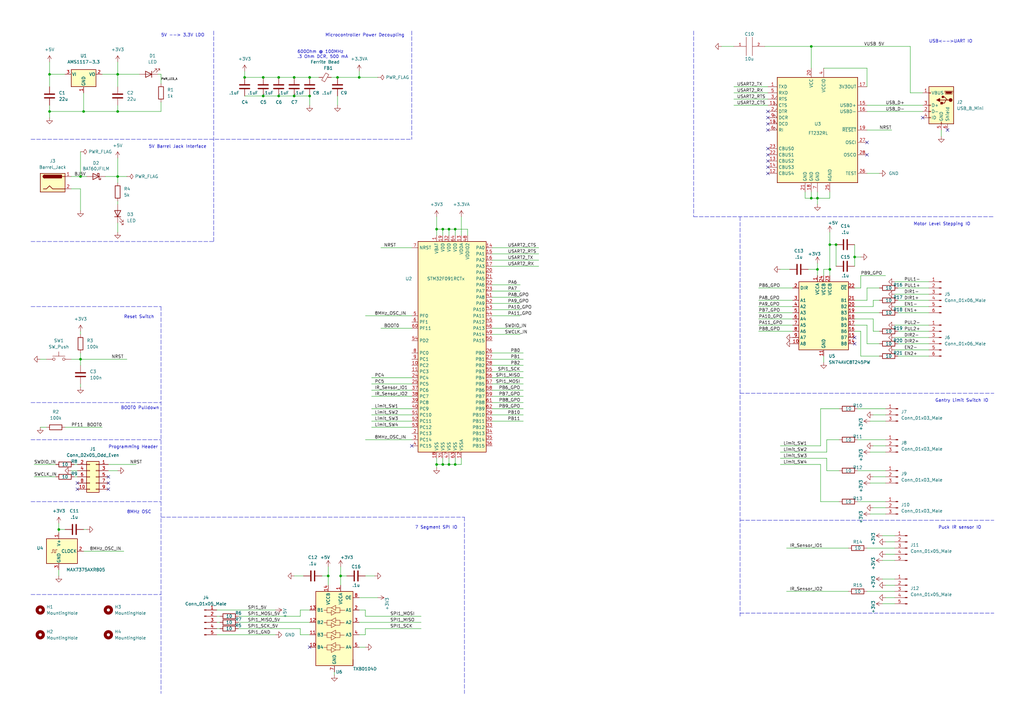
<source format=kicad_sch>
(kicad_sch (version 20211123) (generator eeschema)
  (paper "A3")
  (junction (at 127 31.75))
  (junction (at 114.3 31.75))
  (junction (at 48.26 72.39))
  (junction (at 48.26 45.72))
  (junction (at 33.02 147.32))
  (junction (at 120.65 31.75))
  (junction (at 335.28 81.28))
  (junction (at 186.69 93.98))
  (junction (at 181.61 190.5))
  (junction (at 139.7 236.22))
  (junction (at 100.33 31.75))
  (junction (at 332.74 19.05))
  (junction (at 179.07 93.98))
  (junction (at 48.26 30.48))
  (junction (at 114.3 39.37))
  (junction (at 24.13 217.17))
  (junction (at 20.32 45.72))
  (junction (at 184.15 93.98))
  (junction (at 186.69 190.5))
  (junction (at 34.29 45.72))
  (junction (at 20.32 30.48))
  (junction (at 342.9 100.33))
  (junction (at 107.95 39.37))
  (junction (at 184.15 190.5))
  (junction (at 120.65 39.37))
  (junction (at 335.28 110.49))
  (junction (at 138.43 31.75))
  (junction (at 340.36 110.49))
  (junction (at 107.95 31.75))
  (junction (at 179.07 190.5))
  (junction (at 340.36 100.33))
  (junction (at 147.32 31.75))
  (junction (at 350.52 105.41))
  (junction (at 127 39.37))
  (junction (at 181.61 93.98))
  (junction (at 134.62 236.22))
  (junction (at 332.74 81.28))
  (junction (at 33.02 72.39))
  (no_connect (at 31.75 198.12))
  (no_connect (at 44.45 195.58))
  (no_connect (at 31.75 200.66))
  (no_connect (at 44.45 200.66))
  (no_connect (at 127 265.43))
  (no_connect (at 314.96 53.34))
  (no_connect (at 314.96 50.8))
  (no_connect (at 314.96 48.26))
  (no_connect (at 314.96 45.72))
  (no_connect (at 355.6 58.42))
  (no_connect (at 355.6 63.5))
  (no_connect (at 314.96 71.12))
  (no_connect (at 314.96 68.58))
  (no_connect (at 314.96 66.04))
  (no_connect (at 314.96 63.5))
  (no_connect (at 314.96 60.96))
  (no_connect (at 350.52 138.43))
  (no_connect (at 350.52 140.97))
  (no_connect (at 388.62 53.34))
  (no_connect (at 378.46 48.26))
  (no_connect (at 168.91 182.88))
  (no_connect (at 44.45 198.12))
  (wire (pts (xy 363.22 227.33) (xy 367.03 227.33)))
  (wire (pts (xy 214.63 162.56) (xy 201.93 162.56)))
  (wire (pts (xy 350.52 105.41) (xy 350.52 109.22)))
  (polyline (pts (xy 284.48 88.9) (xy 407.67 88.9)))
  (wire (pts (xy 34.29 45.72) (xy 20.32 45.72)))
  (wire (pts (xy 184.15 190.5) (xy 181.61 190.5)))
  (wire (pts (xy 311.15 135.89) (xy 325.12 135.89)))
  (wire (pts (xy 367.03 115.57) (xy 381 115.57)))
  (wire (pts (xy 147.32 265.43) (xy 149.86 265.43)))
  (wire (pts (xy 201.93 119.38) (xy 213.36 119.38)))
  (wire (pts (xy 152.4 167.64) (xy 168.91 167.64)))
  (wire (pts (xy 351.79 180.34) (xy 363.22 180.34)))
  (wire (pts (xy 350.52 118.11) (xy 353.06 118.11)))
  (wire (pts (xy 350.52 128.27) (xy 360.68 128.27)))
  (wire (pts (xy 336.55 190.5) (xy 336.55 205.74)))
  (wire (pts (xy 355.6 123.19) (xy 350.52 123.19)))
  (wire (pts (xy 363.22 245.11) (xy 367.03 245.11)))
  (wire (pts (xy 149.86 129.54) (xy 168.91 129.54)))
  (wire (pts (xy 147.32 255.27) (xy 172.72 255.27)))
  (wire (pts (xy 356.87 210.82) (xy 363.22 210.82)))
  (wire (pts (xy 48.26 45.72) (xy 34.29 45.72)))
  (wire (pts (xy 20.32 25.4) (xy 20.32 30.48)))
  (wire (pts (xy 361.95 237.49) (xy 367.03 237.49)))
  (wire (pts (xy 363.22 240.03) (xy 367.03 240.03)))
  (wire (pts (xy 311.15 125.73) (xy 325.12 125.73)))
  (wire (pts (xy 311.15 123.19) (xy 325.12 123.19)))
  (wire (pts (xy 201.93 129.54) (xy 213.36 129.54)))
  (wire (pts (xy 368.3 135.89) (xy 381 135.89)))
  (wire (pts (xy 179.07 88.9) (xy 179.07 93.98)))
  (wire (pts (xy 147.32 31.75) (xy 154.94 31.75)))
  (wire (pts (xy 149.86 180.34) (xy 168.91 180.34)))
  (wire (pts (xy 336.55 182.88) (xy 336.55 167.64)))
  (wire (pts (xy 138.43 39.37) (xy 138.43 43.18)))
  (wire (pts (xy 340.36 78.74) (xy 340.36 81.28)))
  (wire (pts (xy 367.03 143.51) (xy 381 143.51)))
  (wire (pts (xy 179.07 93.98) (xy 181.61 93.98)))
  (wire (pts (xy 330.2 81.28) (xy 332.74 81.28)))
  (polyline (pts (xy 12.7 57.15) (xy 100.33 57.15)))
  (wire (pts (xy 358.14 170.18) (xy 363.22 170.18)))
  (wire (pts (xy 335.28 110.49) (xy 335.28 113.03)))
  (wire (pts (xy 97.79 255.27) (xy 127 255.27)))
  (wire (pts (xy 33.02 144.78) (xy 33.02 147.32)))
  (wire (pts (xy 368.3 118.11) (xy 381 118.11)))
  (wire (pts (xy 181.61 190.5) (xy 179.07 190.5)))
  (wire (pts (xy 311.15 133.35) (xy 325.12 133.35)))
  (wire (pts (xy 149.86 250.19) (xy 149.86 252.73)))
  (wire (pts (xy 44.45 193.04) (xy 48.26 193.04)))
  (wire (pts (xy 186.69 96.52) (xy 186.69 93.98)))
  (wire (pts (xy 358.14 125.73) (xy 358.14 123.19)))
  (wire (pts (xy 353.06 118.11) (xy 353.06 113.03)))
  (wire (pts (xy 355.6 118.11) (xy 360.68 118.11)))
  (wire (pts (xy 332.74 19.05) (xy 332.74 27.94)))
  (wire (pts (xy 44.45 190.5) (xy 55.88 190.5)))
  (wire (pts (xy 201.93 124.46) (xy 213.36 124.46)))
  (wire (pts (xy 33.02 157.48) (xy 33.02 158.75)))
  (wire (pts (xy 351.79 205.74) (xy 363.22 205.74)))
  (wire (pts (xy 342.9 100.33) (xy 342.9 109.22)))
  (wire (pts (xy 355.6 45.72) (xy 378.46 45.72)))
  (wire (pts (xy 201.93 167.64) (xy 214.63 167.64)))
  (wire (pts (xy 320.04 187.96) (xy 339.09 187.96)))
  (wire (pts (xy 355.6 133.35) (xy 350.52 133.35)))
  (polyline (pts (xy 303.53 213.36) (xy 407.67 213.36)))
  (wire (pts (xy 311.15 118.11) (xy 325.12 118.11)))
  (polyline (pts (xy 12.7 180.34) (xy 66.04 180.34)))
  (wire (pts (xy 350.52 125.73) (xy 358.14 125.73)))
  (wire (pts (xy 181.61 187.96) (xy 181.61 190.5)))
  (wire (pts (xy 201.93 144.78) (xy 214.63 144.78)))
  (wire (pts (xy 368.3 140.97) (xy 381 140.97)))
  (wire (pts (xy 356.87 198.12) (xy 363.22 198.12)))
  (wire (pts (xy 201.93 104.14) (xy 220.98 104.14)))
  (wire (pts (xy 358.14 195.58) (xy 363.22 195.58)))
  (polyline (pts (xy 66.04 212.09) (xy 190.5 212.09)))
  (wire (pts (xy 355.6 53.34) (xy 365.76 53.34)))
  (wire (pts (xy 43.18 72.39) (xy 48.26 72.39)))
  (polyline (pts (xy 12.7 99.06) (xy 87.63 99.06)))
  (wire (pts (xy 139.7 236.22) (xy 142.24 236.22)))
  (wire (pts (xy 66.04 41.91) (xy 66.04 45.72)))
  (wire (pts (xy 351.79 193.04) (xy 363.22 193.04)))
  (polyline (pts (xy 66.04 125.73) (xy 66.04 284.48)))
  (wire (pts (xy 20.32 30.48) (xy 26.67 30.48)))
  (wire (pts (xy 201.93 121.92) (xy 213.36 121.92)))
  (wire (pts (xy 214.63 154.94) (xy 201.93 154.94)))
  (wire (pts (xy 300.99 35.56) (xy 314.96 35.56)))
  (wire (pts (xy 214.63 165.1) (xy 201.93 165.1)))
  (wire (pts (xy 368.3 128.27) (xy 381 128.27)))
  (wire (pts (xy 97.79 252.73) (xy 123.19 252.73)))
  (wire (pts (xy 186.69 187.96) (xy 186.69 190.5)))
  (wire (pts (xy 120.65 39.37) (xy 127 39.37)))
  (wire (pts (xy 33.02 72.39) (xy 35.56 72.39)))
  (wire (pts (xy 337.82 146.05) (xy 337.82 148.59)))
  (wire (pts (xy 351.79 167.64) (xy 363.22 167.64)))
  (wire (pts (xy 358.14 135.89) (xy 360.68 135.89)))
  (wire (pts (xy 88.9 255.27) (xy 90.17 255.27)))
  (wire (pts (xy 367.03 138.43) (xy 381 138.43)))
  (wire (pts (xy 386.08 55.88) (xy 386.08 53.34)))
  (wire (pts (xy 134.62 236.22) (xy 134.62 232.41)))
  (wire (pts (xy 16.51 147.32) (xy 19.05 147.32)))
  (wire (pts (xy 353.06 135.89) (xy 350.52 135.89)))
  (wire (pts (xy 201.93 160.02) (xy 214.63 160.02)))
  (wire (pts (xy 179.07 187.96) (xy 179.07 190.5)))
  (wire (pts (xy 337.82 110.49) (xy 340.36 110.49)))
  (wire (pts (xy 132.08 236.22) (xy 134.62 236.22)))
  (wire (pts (xy 340.36 81.28) (xy 335.28 81.28)))
  (wire (pts (xy 20.32 30.48) (xy 20.32 35.56)))
  (wire (pts (xy 48.26 25.4) (xy 48.26 30.48)))
  (wire (pts (xy 152.4 170.18) (xy 168.91 170.18)))
  (wire (pts (xy 336.55 205.74) (xy 344.17 205.74)))
  (wire (pts (xy 300.99 40.64) (xy 314.96 40.64)))
  (wire (pts (xy 355.6 43.18) (xy 378.46 43.18)))
  (wire (pts (xy 201.93 109.22) (xy 220.98 109.22)))
  (wire (pts (xy 355.6 118.11) (xy 355.6 123.19)))
  (wire (pts (xy 373.38 19.05) (xy 332.74 19.05)))
  (wire (pts (xy 201.93 170.18) (xy 214.63 170.18)))
  (wire (pts (xy 20.32 45.72) (xy 20.32 48.26)))
  (wire (pts (xy 355.6 242.57) (xy 367.03 242.57)))
  (wire (pts (xy 335.28 78.74) (xy 335.28 81.28)))
  (wire (pts (xy 358.14 123.19) (xy 360.68 123.19)))
  (wire (pts (xy 339.09 185.42) (xy 339.09 180.34)))
  (wire (pts (xy 24.13 217.17) (xy 26.67 217.17)))
  (wire (pts (xy 137.16 275.59) (xy 137.16 276.86)))
  (polyline (pts (xy 303.53 161.29) (xy 407.67 161.29)))
  (wire (pts (xy 367.03 133.35) (xy 381 133.35)))
  (wire (pts (xy 201.93 116.84) (xy 213.36 116.84)))
  (wire (pts (xy 127 31.75) (xy 130.81 31.75)))
  (polyline (pts (xy 190.5 212.09) (xy 190.5 284.48)))
  (wire (pts (xy 100.33 29.21) (xy 100.33 31.75)))
  (wire (pts (xy 353.06 113.03) (xy 363.22 113.03)))
  (wire (pts (xy 24.13 217.17) (xy 24.13 218.44)))
  (wire (pts (xy 24.13 214.63) (xy 24.13 217.17)))
  (wire (pts (xy 33.02 147.32) (xy 52.07 147.32)))
  (wire (pts (xy 123.19 260.35) (xy 127 260.35)))
  (wire (pts (xy 361.95 247.65) (xy 367.03 247.65)))
  (wire (pts (xy 29.21 193.04) (xy 31.75 193.04)))
  (wire (pts (xy 13.97 195.58) (xy 22.86 195.58)))
  (wire (pts (xy 31.75 190.5) (xy 30.48 190.5)))
  (wire (pts (xy 355.6 35.56) (xy 355.6 27.94)))
  (wire (pts (xy 330.2 78.74) (xy 330.2 81.28)))
  (wire (pts (xy 355.6 140.97) (xy 355.6 133.35)))
  (wire (pts (xy 361.95 229.87) (xy 367.03 229.87)))
  (wire (pts (xy 114.3 31.75) (xy 120.65 31.75)))
  (wire (pts (xy 48.26 72.39) (xy 48.26 64.77)))
  (wire (pts (xy 139.7 232.41) (xy 139.7 236.22)))
  (wire (pts (xy 355.6 27.94) (xy 337.82 27.94)))
  (wire (pts (xy 152.4 162.56) (xy 168.91 162.56)))
  (wire (pts (xy 100.33 31.75) (xy 107.95 31.75)))
  (polyline (pts (xy 284.48 12.7) (xy 284.48 88.9)))
  (wire (pts (xy 186.69 93.98) (xy 184.15 93.98)))
  (wire (pts (xy 311.15 130.81) (xy 325.12 130.81)))
  (wire (pts (xy 64.77 30.48) (xy 66.04 30.48)))
  (wire (pts (xy 88.9 250.19) (xy 113.03 250.19)))
  (wire (pts (xy 48.26 82.55) (xy 48.26 83.82)))
  (wire (pts (xy 149.86 236.22) (xy 153.67 236.22)))
  (wire (pts (xy 149.86 252.73) (xy 172.72 252.73)))
  (wire (pts (xy 48.26 43.18) (xy 48.26 45.72)))
  (wire (pts (xy 322.58 242.57) (xy 347.98 242.57)))
  (wire (pts (xy 355.6 224.79) (xy 367.03 224.79)))
  (wire (pts (xy 340.36 95.25) (xy 340.36 100.33)))
  (wire (pts (xy 100.33 39.37) (xy 107.95 39.37)))
  (wire (pts (xy 214.63 152.4) (xy 201.93 152.4)))
  (wire (pts (xy 97.7574 257.81) (xy 123.19 257.81)))
  (wire (pts (xy 201.93 147.32) (xy 214.63 147.32)))
  (wire (pts (xy 123.19 250.19) (xy 127 250.19)))
  (wire (pts (xy 156.21 101.6) (xy 168.91 101.6)))
  (wire (pts (xy 350.52 105.41) (xy 353.06 105.41)))
  (wire (pts (xy 335.28 107.95) (xy 335.28 110.49)))
  (wire (pts (xy 353.06 146.05) (xy 360.68 146.05)))
  (wire (pts (xy 181.61 93.98) (xy 181.61 96.52)))
  (wire (pts (xy 184.15 187.96) (xy 184.15 190.5)))
  (wire (pts (xy 29.21 72.39) (xy 33.02 72.39)))
  (wire (pts (xy 149.86 260.35) (xy 149.86 257.81)))
  (wire (pts (xy 16.51 175.26) (xy 19.05 175.26)))
  (wire (pts (xy 138.43 31.75) (xy 147.32 31.75)))
  (wire (pts (xy 320.04 190.5) (xy 336.55 190.5)))
  (wire (pts (xy 48.26 72.39) (xy 52.07 72.39)))
  (wire (pts (xy 295.91 19.05) (xy 300.99 19.05)))
  (wire (pts (xy 181.61 93.98) (xy 184.15 93.98)))
  (polyline (pts (xy 12.7 243.84) (xy 66.04 243.84)))
  (wire (pts (xy 149.86 257.81) (xy 172.72 257.81)))
  (wire (pts (xy 156.21 134.62) (xy 168.91 134.62)))
  (wire (pts (xy 107.95 31.75) (xy 114.3 31.75)))
  (wire (pts (xy 24.13 233.68) (xy 24.13 236.22)))
  (wire (pts (xy 340.36 100.33) (xy 342.9 100.33)))
  (wire (pts (xy 353.06 146.05) (xy 353.06 135.89)))
  (wire (pts (xy 363.22 222.25) (xy 367.03 222.25)))
  (wire (pts (xy 152.4 154.94) (xy 168.91 154.94)))
  (wire (pts (xy 356.87 185.42) (xy 363.22 185.42)))
  (wire (pts (xy 378.46 38.1) (xy 373.38 38.1)))
  (wire (pts (xy 34.29 38.1) (xy 34.29 45.72)))
  (wire (pts (xy 66.04 45.72) (xy 48.26 45.72)))
  (wire (pts (xy 331.47 110.49) (xy 335.28 110.49)))
  (wire (pts (xy 189.23 190.5) (xy 186.69 190.5)))
  (wire (pts (xy 300.99 38.1) (xy 314.96 38.1)))
  (wire (pts (xy 179.07 96.52) (xy 179.07 93.98)))
  (wire (pts (xy 34.29 217.17) (xy 35.56 217.17)))
  (wire (pts (xy 152.4 160.02) (xy 168.91 160.02)))
  (wire (pts (xy 33.02 135.89) (xy 33.02 137.16)))
  (wire (pts (xy 332.74 19.05) (xy 313.69 19.05)))
  (wire (pts (xy 320.04 185.42) (xy 339.09 185.42)))
  (wire (pts (xy 33.02 62.23) (xy 33.02 72.39)))
  (wire (pts (xy 152.4 157.48) (xy 168.91 157.48)))
  (wire (pts (xy 48.26 30.48) (xy 57.15 30.48)))
  (wire (pts (xy 33.02 77.47) (xy 33.02 86.36)))
  (wire (pts (xy 120.65 31.75) (xy 127 31.75)))
  (polyline (pts (xy 87.63 12.7) (xy 87.63 99.06)))
  (wire (pts (xy 107.95 39.37) (xy 114.3 39.37)))
  (wire (pts (xy 300.99 43.18) (xy 314.96 43.18)))
  (wire (pts (xy 147.32 29.21) (xy 147.32 31.75)))
  (wire (pts (xy 88.9 252.73) (xy 90.17 252.73)))
  (wire (pts (xy 184.15 93.98) (xy 184.15 96.52)))
  (wire (pts (xy 147.32 245.11) (xy 154.94 245.11)))
  (wire (pts (xy 48.26 72.39) (xy 48.26 74.93)))
  (wire (pts (xy 127 39.37) (xy 127 43.18)))
  (wire (pts (xy 335.28 81.28) (xy 335.28 83.82)))
  (wire (pts (xy 201.93 137.16) (xy 213.36 137.16)))
  (wire (pts (xy 30.48 195.58) (xy 31.75 195.58)))
  (wire (pts (xy 114.3 39.37) (xy 120.65 39.37)))
  (wire (pts (xy 339.09 193.04) (xy 344.17 193.04)))
  (wire (pts (xy 373.38 38.1) (xy 373.38 19.05)))
  (wire (pts (xy 152.4 175.26) (xy 168.91 175.26)))
  (wire (pts (xy 191.77 93.98) (xy 186.69 93.98)))
  (wire (pts (xy 358.14 135.89) (xy 358.14 130.81)))
  (polyline (pts (xy 168.91 12.7) (xy 168.91 57.15)))
  (wire (pts (xy 147.32 260.35) (xy 149.86 260.35)))
  (polyline (pts (xy 303.53 88.9) (xy 303.53 252.73)))
  (wire (pts (xy 332.74 81.28) (xy 335.28 81.28)))
  (wire (pts (xy 368.3 146.05) (xy 381 146.05)))
  (wire (pts (xy 336.55 167.64) (xy 344.17 167.64)))
  (wire (pts (xy 48.26 91.44) (xy 48.26 95.25)))
  (wire (pts (xy 320.04 110.49) (xy 323.85 110.49)))
  (wire (pts (xy 88.9 260.35) (xy 113.03 260.35)))
  (wire (pts (xy 201.93 127) (xy 213.36 127)))
  (wire (pts (xy 356.87 172.72) (xy 363.22 172.72)))
  (polyline (pts (xy 12.7 165.1) (xy 66.04 165.1)))
  (wire (pts (xy 123.19 257.81) (xy 123.19 260.35)))
  (polyline (pts (xy 303.53 251.46) (xy 407.67 251.46)))
  (wire (pts (xy 34.29 226.06) (xy 50.8 226.06)))
  (wire (pts (xy 26.67 175.26) (xy 41.91 175.26)))
  (wire (pts (xy 358.14 182.88) (xy 363.22 182.88)))
  (wire (pts (xy 66.04 30.48) (xy 66.04 34.29)))
  (wire (pts (xy 135.89 31.75) (xy 138.43 31.75)))
  (wire (pts (xy 48.26 30.48) (xy 48.26 35.56)))
  (wire (pts (xy 355.6 140.97) (xy 360.68 140.97)))
  (wire (pts (xy 186.69 190.5) (xy 184.15 190.5)))
  (wire (pts (xy 201.93 106.68) (xy 220.98 106.68)))
  (wire (pts (xy 358.14 130.81) (xy 350.52 130.81)))
  (wire (pts (xy 22.86 190.5) (xy 13.97 190.5)))
  (wire (pts (xy 88.9 257.81) (xy 90.1374 257.81)))
  (wire (pts (xy 189.23 187.96) (xy 189.23 190.5)))
  (wire (pts (xy 149.86 250.19) (xy 147.32 250.19)))
  (wire (pts (xy 322.58 224.79) (xy 347.98 224.79)))
  (wire (pts (xy 320.04 182.88) (xy 336.55 182.88)))
  (wire (pts (xy 29.21 147.32) (xy 33.02 147.32)))
  (wire (pts (xy 339.09 180.34) (xy 344.17 180.34)))
  (wire (pts (xy 20.32 43.18) (xy 20.32 45.72)))
  (wire (pts (xy 367.03 125.73) (xy 381 125.73)))
  (wire (pts (xy 191.77 96.52) (xy 191.77 93.98)))
  (wire (pts (xy 361.95 219.71) (xy 367.03 219.71)))
  (wire (pts (xy 189.23 88.9) (xy 189.23 96.52)))
  (wire (pts (xy 214.63 157.48) (xy 201.93 157.48)))
  (wire (pts (xy 201.93 172.72) (xy 214.63 172.72)))
  (wire (pts (xy 358.14 208.28) (xy 363.22 208.28)))
  (wire (pts (xy 367.03 120.65) (xy 381 120.65)))
  (wire (pts (xy 340.36 100.33) (xy 340.36 110.49)))
  (polyline (pts (xy 12.7 125.73) (xy 66.04 125.73)))
  (wire (pts (xy 332.74 78.74) (xy 332.74 81.28)))
  (wire (pts (xy 311.15 128.27) (xy 325.12 128.27)))
  (wire (pts (xy 355.6 71.12) (xy 360.68 71.12)))
  (wire (pts (xy 201.93 134.62) (xy 213.36 134.62)))
  (wire (pts (xy 201.93 149.86) (xy 214.63 149.86)))
  (wire (pts (xy 33.02 147.32) (xy 33.02 149.86)))
  (wire (pts (xy 134.62 236.22) (xy 134.62 240.03)))
  (wire (pts (xy 201.93 101.6) (xy 220.98 101.6)))
  (wire (pts (xy 337.82 113.03) (xy 337.82 110.49)))
  (wire (pts (xy 152.4 172.72) (xy 168.91 172.72)))
  (wire (pts (xy 123.19 252.73) (xy 123.19 250.19)))
  (wire (pts (xy 139.7 236.22) (xy 139.7 240.03)))
  (wire (pts (xy 179.07 190.5) (xy 179.07 191.77)))
  (wire (pts (xy 29.21 77.47) (xy 33.02 77.47)))
  (wire (pts (xy 340.36 110.49) (xy 340.36 113.03)))
  (wire (pts (xy 41.91 30.48) (xy 48.26 30.48)))
  (polyline (pts (xy 100.33 57.15) (xy 168.91 57.15)))
  (wire (pts (xy 339.09 187.96) (xy 339.09 193.04)))
  (wire (pts (xy 368.3 123.19) (xy 381 123.19)))
  (polyline (pts (xy 12.7 205.74) (xy 66.04 205.74)))
  (wire (pts (xy 120.65 236.22) (xy 124.46 236.22)))
  (wire (pts (xy 350.52 100.33) (xy 350.52 105.41)))
  (text "USB<-->UART IO" (at 381 17.78 0) (effects (font (size 1.27 1.27)) (justify left bottom)))
  (text "Reset Switch" (at 50.8 130.81 0) (effects (font (size 1.27 1.27)) (justify left bottom)))
  (text "7 Segment SPI IO" (at 170.18 217.17 0) (effects (font (size 1.27 1.27)) (justify left bottom)))
  (text "8MHz OSC" (at 52.07 210.82 0) (effects (font (size 1.27 1.27)) (justify left bottom)))
  (text "Puck IR sensor IO" (at 384.81 217.17 0) (effects (font (size 1.27 1.27)) (justify left bottom)))
  (text "5V Barrel Jack Interface" (at 60.96 60.96 0) (effects (font (size 1.27 1.27)) (justify left bottom)))
  (text "Motor Level Stepping IO\n" (at 374.65 92.71 0) (effects (font (size 1.27 1.27)) (justify left bottom)))
  (text "BOOT0 Pulldown\n\n" (at 49.53 170.18 0) (effects (font (size 1.27 1.27)) (justify left bottom)))
  (text "5V --> 3.3V LDO\n" (at 66.04 15.24 0) (effects (font (size 1.27 1.27)) (justify left bottom)))
  (text "600Ohm @ 100MHz\n.3 Ohm DCR, 500 mA" (at 121.92 24.13 0) (effects (font (size 1.27 1.27)) (justify left bottom)))
  (text "Gantry Limit Switch IO" (at 383.54 165.1 0) (effects (font (size 1.27 1.27)) (justify left bottom)))
  (text "Microcontroller Power Decoupling\n" (at 133.35 15.24 0) (effects (font (size 1.27 1.27)) (justify left bottom)))
  (text "Programming Header" (at 44.45 184.15 0) (effects (font (size 1.27 1.27)) (justify left bottom)))
  (label "PB7_GPO" (at 311.15 128.27 0))
  (label "NRST" (at 45.72 147.32 0))
  (label "USART2_RTS" (at 208.28 104.14 0))
  (label "BOOT0" (at 35.56 175.26 0))
  (label "PA11_GPO" (at 311.15 133.35 0))
  (label "Limit_SW1" (at 321.31 182.88 0))
  (label "PB0" (at 213.36 144.78 180))
  (label "NRST" (at 157.48 101.6 0))
  (label "PUL1-" (at 370.84 115.57 0))
  (label "SPI1_5V" (at 101.6 250.19 0))
  (label "IR_Sensor_IO2" (at 323.85 242.57 0))
  (label "PUL1+" (at 370.84 118.11 0))
  (label "VUSB 5V" (at 354.33 19.05 0))
  (label "Limit_SW4" (at 153.67 175.26 0))
  (label "PA6" (at 212.09 116.84 180))
  (label "PB11" (at 213.36 172.72 180))
  (label "PB6_GPO" (at 311.15 118.11 0))
  (label "NRST" (at 360.68 53.34 0))
  (label "PB9_GPO" (at 213.36 167.64 180))
  (label "USB_D+" (at 363.22 43.18 0))
  (label "PB2" (at 213.36 149.86 180))
  (label "Limit_SW3" (at 153.67 172.72 0))
  (label "SPI1_SCK_5V" (at 101.6 257.81 0))
  (label "SPI1_MISO" (at 160.02 255.27 0))
  (label "Limit_SW2" (at 321.31 185.42 0))
  (label "PA9_GPO" (at 311.15 125.73 0))
  (label "PA8_GPO" (at 311.15 123.19 0))
  (label "BOOT0" (at 157.48 134.62 0))
  (label "PUL2+" (at 370.84 135.89 0))
  (label "PB9_GPO" (at 353.06 113.03 0))
  (label "PC4" (at 153.67 154.94 0))
  (label "PWR_LED_A" (at 66.04 33.02 0) (effects (font (size 0.8 0.8))))
  (label "EN1+" (at 370.84 128.27 0))
  (label "USB_D-" (at 363.22 45.72 0))
  (label "PF11" (at 29.21 175.26 0))
  (label "USART2_TX" (at 302.26 35.56 0))
  (label "PA11_GPO" (at 208.28 129.54 0))
  (label "SWCLK_IN" (at 207.01 137.16 0))
  (label "NRST" (at 53.34 190.5 0))
  (label "SPI1_SCK" (at 213.36 152.4 180))
  (label "EN1-" (at 370.84 125.73 0))
  (label "8MHz_OSC_IN" (at 153.67 180.34 0))
  (label "IR_Sensor_IO1" (at 153.67 160.02 0))
  (label "SPI1_GND" (at 101.6 260.35 0))
  (label "EN2-" (at 370.84 143.51 0))
  (label "DIR1+" (at 370.84 123.19 0))
  (label "DIR2+" (at 370.84 140.97 0))
  (label "SPI1_MISO" (at 213.36 154.94 180))
  (label "DIR1-" (at 370.84 120.65 0))
  (label "PA9_GPO" (at 208.28 124.46 0))
  (label "Limit_SW2" (at 153.67 170.18 0))
  (label "SWDIO_IN" (at 207.01 134.62 0))
  (label "PA10_GPO" (at 311.15 130.81 0))
  (label "PB6_GPO" (at 213.36 160.02 180))
  (label "PA8_GPO" (at 208.28 121.92 0))
  (label "DIR2-" (at 370.84 138.43 0))
  (label "SWCLK_IN" (at 13.97 195.58 0))
  (label "Limit_SW3" (at 321.31 187.96 0))
  (label "PB10" (at 213.36 170.18 180))
  (label "Limit_SW4" (at 321.31 190.5 0))
  (label "SPI1_MOSI_5V" (at 101.6 252.73 0))
  (label "USART2_RTS" (at 302.26 40.64 0))
  (label "PA10_GPO" (at 208.28 127 0))
  (label "8MHz_OSC_IN" (at 36.83 226.06 0))
  (label "IR_Sensor_IO2" (at 153.67 162.56 0))
  (label "EN2+" (at 370.84 146.05 0))
  (label "PA7" (at 212.09 119.38 180))
  (label "PUL2-" (at 370.84 133.35 0))
  (label "USART2_RX" (at 208.28 109.22 0))
  (label "PB8_GPO" (at 311.15 135.89 0))
  (label "IR_Sensor_IO1" (at 323.85 224.79 0))
  (label "PC5" (at 153.67 157.48 0))
  (label "PB8_GPO" (at 213.4174 165.1 180))
  (label "PB7_GPO" (at 213.36 162.56 180))
  (label "USART2_RX" (at 302.26 38.1 0))
  (label "SPI1_MOSI" (at 160.02 252.73 0))
  (label "USART2_CTS" (at 302.26 43.18 0))
  (label "8MHz_OSC_IN" (at 153.67 129.54 0))
  (label "Limit_SW1" (at 153.67 167.64 0))
  (label "SPI1_MISO_5V" (at 101.6 255.27 0))
  (label "USART2_CTS" (at 208.28 101.6 0))
  (label "BJ5V" (at 30.48 72.39 0))
  (label "SWDIO_IN" (at 13.97 190.5 0))
  (label "PB1" (at 213.36 147.32 180))
  (label "USART2_TX" (at 208.28 106.68 0))
  (label "SPI1_SCK" (at 160.02 257.81 0))
  (label "SPI1_MOSI" (at 213.36 157.48 180))
  (symbol (lib_id "power:+3.3V") (at 154.94 245.11 270) (unit 1)
    (property "Reference" "#PWR0149" (effects hide))
    (property "Value" "+3.3V" (at 158.75 247.65 0))
  )
  (symbol (lib_id "Device:R") (at 351.79 242.57 90) (unit 1)
    (property "Reference" "R15" (at 351.79 240.03 90))
    (property "Value" "10" (at 351.79 242.57 90))
    (property "Footprint" "Resistor_SMD:R_0805_2012Metric_Pad1.20x1.40mm_HandSolder" (effects hide))
  )
  (symbol (lib_id "power:PWR_FLAG") (at 33.02 62.23 270) (unit 1)
    (property "Reference" "#FLG03" (effects hide))
    (property "Value" "PWR_FLAG" (at 36.2712 62.23 90) (effects (justify left)))
  )
  (symbol (lib_id "Device:LED") (at 60.96 30.48 180) (unit 1)
    (property "Reference" "D1" (at 62.5475 22.86 0))
    (property "Value" "LED" (at 62.5475 25.4 0))
    (property "Footprint" "LED_SMD:LED_0603_1608Metric_Pad1.05x0.95mm_HandSolder" (effects hide))
  )
  (symbol (lib_id "Device:R") (at 26.67 190.5 90) (unit 1)
    (property "Reference" "R8" (at 30.48 189.23 90))
    (property "Value" "10" (at 26.67 190.5 90))
    (property "Footprint" "Resistor_SMD:R_0805_2012Metric_Pad1.20x1.40mm_HandSolder" (effects hide))
  )
  (symbol (lib_id "power:+3.3V") (at 361.95 229.87 90) (unit 1)
    (property "Reference" "#PWR0128" (effects hide))
    (property "Value" "+3.3V" (at 358.14 231.14 0))
  )
  (symbol (lib_id "power:GND") (at 325.12 140.97 270) (unit 1)
    (property "Reference" "#PWR0138" (effects hide))
    (property "Value" "GND" (effects hide))
  )
  (symbol (lib_id "Device:R") (at 93.98 252.73 90) (unit 1)
    (property "Reference" "R6" (at 97.79 251.46 90))
    (property "Value" "10" (at 93.98 252.73 90))
    (property "Footprint" "Resistor_SMD:R_0805_2012Metric_Pad1.20x1.40mm_HandSolder" (effects hide))
  )
  (symbol (lib_id "Device:C") (at 127 35.56 0) (unit 1)
    (property "Reference" "C8" (at 128.27 38.1 0) (effects (justify left)))
    (property "Value" ".1uF" (at 120.65 38.1 0) (effects (justify left)))
    (property "Footprint" "Capacitor_SMD:C_0805_2012Metric_Pad1.18x1.45mm_HandSolder" (effects hide))
  )
  (symbol (lib_id "Device:R") (at 351.79 224.79 90) (unit 1)
    (property "Reference" "R14" (at 351.79 222.25 90))
    (property "Value" "10" (at 351.79 224.79 90))
    (property "Footprint" "Resistor_SMD:R_0805_2012Metric_Pad1.20x1.40mm_HandSolder" (effects hide))
  )
  (symbol (lib_id "power:GND") (at 48.26 95.25 0) (unit 1)
    (property "Reference" "#PWR08" (effects hide))
    (property "Value" "GND" (effects hide))
  )
  (symbol (lib_id "power:GND") (at 149.86 265.43 90) (unit 1)
    (property "Reference" "#PWR0146" (effects hide))
    (property "Value" "GND" (effects hide))
  )
  (symbol (lib_id "power:+3.3V") (at 356.87 172.72 90) (unit 1)
    (property "Reference" "#PWR0117" (effects hide))
    (property "Value" "+3.3V" (at 353.06 173.99 0))
  )
  (symbol (lib_id "power:+3.3V") (at 356.87 210.82 90) (unit 1)
    (property "Reference" "#PWR0137" (effects hide))
    (property "Value" "+3.3V" (at 353.06 212.09 0))
  )
  (symbol (lib_id "power:GND") (at 335.28 83.82 0) (unit 1)
    (property "Reference" "#PWR0113" (effects hide))
    (property "Value" "GND" (effects hide))
  )
  (symbol (lib_id "power:GND") (at 353.06 105.41 90) (unit 1)
    (property "Reference" "#PWR0115" (effects hide))
    (property "Value" "GND" (effects hide))
  )
  (symbol (lib_id "power:GND") (at 35.56 217.17 90) (unit 1)
    (property "Reference" "#PWR0106" (effects hide))
    (property "Value" "GND" (effects hide))
  )
  (symbol (lib_id "Connector:Conn_01x05_Male") (at 372.11 224.79 0) (mirror y) (unit 1)
    (property "Reference" "J11" (at 373.38 223.5199 0) (effects (justify right)))
    (property "Value" "Conn_01x05_Male" (at 373.38 226.0599 0) (effects (justify right)))
    (property "Footprint" "Connector_JST:JST_EH_B5B-EH-A_1x05_P2.50mm_Vertical" (effects hide))
  )
  (symbol (lib_id "Device:R") (at 347.98 180.34 90) (unit 1)
    (property "Reference" "R11" (at 351.79 179.07 90))
    (property "Value" "10" (at 347.98 180.34 90))
    (property "Footprint" "Resistor_SMD:R_0805_2012Metric_Pad1.20x1.40mm_HandSolder" (effects hide))
  )
  (symbol (lib_id "Connector:Conn_01x03_Male") (at 368.3 195.58 0) (mirror y) (unit 1)
    (property "Reference" "J9" (at 369.57 194.3099 0) (effects (justify right)))
    (property "Value" "Conn_01x03_Male" (at 369.57 196.8499 0) (effects (justify right)))
    (property "Footprint" "Connector_JST:JST_EH_B3B-EH-A_1x03_P2.50mm_Vertical" (effects hide))
  )
  (symbol (lib_id "Oscillator:MAX7375AXR805") (at 24.13 226.06 0) (unit 1)
    (property "Reference" "U4" (at 17.78 224.7899 0) (effects (justify right)))
    (property "Value" "MAX7375AXR805" (at 43.18 233.68 0) (effects (justify right)))
    (property "Footprint" "Package_TO_SOT_SMD:SOT-323_SC-70" (effects hide))
    (property "Datasheet" "https://datasheets.maximintegrated.com/en/ds/MAX7375.pdf" (effects hide))
  )
  (symbol (lib_id "Device:R") (at 93.9474 257.81 90) (unit 1)
    (property "Reference" "R5" (at 97.7574 256.54 90))
    (property "Value" "10" (at 93.9474 257.81 90))
    (property "Footprint" "Resistor_SMD:R_0805_2012Metric_Pad1.20x1.40mm_HandSolder" (effects hide))
  )
  (symbol (lib_id "power:GND") (at 367.03 143.51 270) (unit 1)
    (property "Reference" "#PWR0118" (effects hide))
    (property "Value" "GND" (effects hide))
  )
  (symbol (lib_id "power:+3.3V") (at 335.28 107.95 0) (unit 1)
    (property "Reference" "#PWR0121" (effects hide))
    (property "Value" "+3.3V" (at 334.01 104.14 0))
  )
  (symbol (lib_id "Device:R") (at 364.49 146.05 90) (unit 1)
    (property "Reference" "R21" (at 368.3 144.78 90))
    (property "Value" "10" (at 364.49 146.05 90))
    (property "Footprint" "Resistor_SMD:R_0805_2012Metric_Pad1.20x1.40mm_HandSolder" (effects hide))
  )
  (symbol (lib_id "Device:Ferrite_Bead_Small") (at 133.35 31.75 270) (unit 1)
    (property "Reference" "FB1" (at 134.62 27.94 90))
    (property "Value" "Ferrite Bead" (at 133.35 25.4 90))
    (property "Footprint" "Inductor_SMD:L_0805_2012Metric_Pad1.15x1.40mm_HandSolder" (effects hide))
  )
  (symbol (lib_id "power:+5V") (at 113.03 250.19 270) (unit 1)
    (property "Reference" "#PWR0140" (effects hide))
    (property "Value" "+5V" (at 116.84 251.46 0))
  )
  (symbol (lib_id "Mechanical:MountingHole") (at 16.51 250.19 0) (unit 1)
    (property "Reference" "H1" (at 19.05 248.9199 0) (effects (justify left)))
    (property "Value" "MountingHole" (at 19.05 251.4599 0) (effects (justify left)))
    (property "Footprint" "MountingHole:MountingHole_2.7mm_M2.5" (effects hide))
  )
  (symbol (lib_id "Device:R") (at 364.49 135.89 90) (unit 1)
    (property "Reference" "R19" (at 368.3 134.62 90))
    (property "Value" "10" (at 364.49 135.89 90))
    (property "Footprint" "Resistor_SMD:R_0805_2012Metric_Pad1.20x1.40mm_HandSolder" (effects hide))
  )
  (symbol (lib_id "Device:C") (at 346.71 109.22 270) (unit 1)
    (property "Reference" "C15" (at 346.71 105.41 90))
    (property "Value" ".1u" (at 346.71 113.03 90))
    (property "Footprint" "Capacitor_SMD:C_0805_2012Metric_Pad1.18x1.45mm_HandSolder" (effects hide))
  )
  (symbol (lib_id "Connector:Conn_01x03_Male") (at 368.3 182.88 0) (mirror y) (unit 1)
    (property "Reference" "J8" (at 369.57 181.6099 0) (effects (justify right)))
    (property "Value" "Conn_01x03_Male" (at 369.57 184.1499 0) (effects (justify right)))
    (property "Footprint" "Connector_JST:JST_EH_B3B-EH-A_1x03_P2.50mm_Vertical" (effects hide))
  )
  (symbol (lib_id "Device:LED") (at 48.26 87.63 90) (unit 1)
    (property "Reference" "D3" (at 52.07 87.9474 90) (effects (justify right)))
    (property "Value" "LED" (at 52.07 90.4874 90) (effects (justify right)))
    (property "Footprint" "LED_SMD:LED_0805_2012Metric_Pad1.15x1.40mm_HandSolder" (effects hide))
  )
  (symbol (lib_id "power:+3.3V") (at 356.87 185.42 90) (unit 1)
    (property "Reference" "#PWR0134" (effects hide))
    (property "Value" "+3.3V" (at 353.06 186.69 0))
  )
  (symbol (lib_id "power:GND") (at 363.22 245.11 270) (unit 1)
    (property "Reference" "#PWR0131" (effects hide))
    (property "Value" "GND" (effects hide))
  )
  (symbol (lib_id "Device:C") (at 30.48 217.17 90) (unit 1)
    (property "Reference" "C11" (at 30.48 209.55 90))
    (property "Value" ".1u" (at 30.48 212.09 90))
    (property "Footprint" "Capacitor_SMD:C_0805_2012Metric_Pad1.18x1.45mm_HandSolder" (effects hide))
  )
  (symbol (lib_id "Device:R") (at 48.26 78.74 0) (unit 1)
    (property "Reference" "R4" (at 50.8 77.4699 0) (effects (justify left)))
    (property "Value" "5k" (at 50.8 80.0099 0) (effects (justify left)))
    (property "Footprint" "Resistor_SMD:R_0805_2012Metric_Pad1.20x1.40mm_HandSolder" (effects hide))
  )
  (symbol (lib_id "Device:R") (at 364.49 123.19 90) (unit 1)
    (property "Reference" "R17" (at 368.3 121.92 90))
    (property "Value" "10" (at 364.49 123.19 90))
    (property "Footprint" "Resistor_SMD:R_0805_2012Metric_Pad1.20x1.40mm_HandSolder" (effects hide))
  )
  (symbol (lib_id "power:+5V") (at 340.36 95.25 0) (unit 1)
    (property "Reference" "#PWR0122" (effects hide))
    (property "Value" "+5V" (at 341.63 91.44 0))
  )
  (symbol (lib_id "power:GND") (at 33.02 158.75 0) (unit 1)
    (property "Reference" "#PWR06" (effects hide))
    (property "Value" "GND" (effects hide))
  )
  (symbol (lib_id "Device:C") (at 107.95 35.56 0) (unit 1)
    (property "Reference" "C5" (at 106.68 41.91 0) (effects (justify left)))
    (property "Value" ".1uF" (at 101.6 38.1 0) (effects (justify left)))
    (property "Footprint" "Capacitor_SMD:C_0805_2012Metric_Pad1.18x1.45mm_HandSolder" (effects hide))
  )
  (symbol (lib_id "Device:C") (at 33.02 153.67 0) (unit 1)
    (property "Reference" "C3" (at 36.83 152.3999 0) (effects (justify left)))
    (property "Value" "100n" (at 36.83 154.9399 0) (effects (justify left)))
    (property "Footprint" "Capacitor_SMD:C_0805_2012Metric_Pad1.18x1.45mm_HandSolder" (effects hide))
  )
  (symbol (lib_id "Switch:SW_Push") (at 24.13 147.32 0) (unit 1)
    (property "Reference" "SW1" (at 24.13 139.7 0))
    (property "Value" "SW_Push" (at 24.13 142.24 0))
    (property "Footprint" "Button_Switch_SMD:SW_SPST_PTS645" (effects hide))
  )
  (symbol (lib_id "power:GND") (at 16.51 147.32 270) (unit 1)
    (property "Reference" "#PWR01" (effects hide))
    (property "Value" "GND" (effects hide))
  )
  (symbol (lib_id "Device:C") (at 114.3 35.56 0) (unit 1)
    (property "Reference" "C6" (at 113.03 41.91 0) (effects (justify left)))
    (property "Value" ".1uF" (at 107.95 38.1 0) (effects (justify left)))
    (property "Footprint" "Capacitor_SMD:C_0805_2012Metric_Pad1.18x1.45mm_HandSolder" (effects hide))
  )
  (symbol (lib_id "power:PWR_FLAG") (at 154.94 31.75 270) (unit 1)
    (property "Reference" "#FLG02" (effects hide))
    (property "Value" "PWR_FLAG" (at 158.1912 31.75 90) (effects (justify left)))
  )
  (symbol (lib_id "Device:C") (at 146.05 236.22 270) (unit 1)
    (property "Reference" "C16" (at 146.05 232.41 90))
    (property "Value" ".1u" (at 146.05 240.03 90))
    (property "Footprint" "Capacitor_SMD:C_0805_2012Metric_Pad1.18x1.45mm_HandSolder" (effects hide))
  )
  (symbol (lib_id "power:+3.3V") (at 33.02 135.89 0) (unit 1)
    (property "Reference" "#PWR05" (effects hide))
    (property "Value" "+3.3V" (at 33.02 130.81 0))
  )
  (symbol (lib_id "power:PWR_FLAG") (at 52.07 72.39 270) (unit 1)
    (property "Reference" "#FLG01" (effects hide))
    (property "Value" "PWR_FLAG" (at 55.3212 72.39 90) (effects (justify left)))
  )
  (symbol (lib_id "MCU_ST_STM32F0:STM32F091RCTx") (at 186.69 142.24 0) (unit 1)
    (property "Reference" "U2" (at 167.64 114.3 0))
    (property "Value" "STM32F091RCTx" (at 182.88 114.3 0))
    (property "Footprint" "Package_QFP:LQFP-64_10x10mm_P0.5mm" (effects hide))
    (property "Datasheet" "http://www.st.com/st-web-ui/static/active/en/resource/technical/document/datasheet/DM00115237.pdf" (effects hide))
  )
  (symbol (lib_id "power:GND") (at 358.14 170.18 270) (unit 1)
    (property "Reference" "#PWR0141" (effects hide))
    (property "Value" "GND" (effects hide))
  )
  (symbol (lib_id "power:+3.3V") (at 361.95 247.65 90) (unit 1)
    (property "Reference" "#PWR0130" (effects hide))
    (property "Value" "+3.3V" (at 358.14 248.92 0))
  )
  (symbol (lib_id "Device:R") (at 364.49 118.11 90) (unit 1)
    (property "Reference" "R16" (at 368.3 116.84 90))
    (property "Value" "10" (at 364.49 118.11 90))
    (property "Footprint" "Resistor_SMD:R_0805_2012Metric_Pad1.20x1.40mm_HandSolder" (effects hide))
  )
  (symbol (lib_id "power:GND") (at 358.14 182.88 270) (unit 1)
    (property "Reference" "#PWR0142" (effects hide))
    (property "Value" "GND" (effects hide))
  )
  (symbol (lib_id "power:+3.3V") (at 361.95 219.71 90) (unit 1)
    (property "Reference" "#PWR0135" (effects hide))
    (property "Value" "+3.3V" (at 358.14 220.98 0))
  )
  (symbol (lib_id "power:+3.3V") (at 356.87 198.12 90) (unit 1)
    (property "Reference" "#PWR0116" (effects hide))
    (property "Value" "+3.3V" (at 353.06 199.39 0))
  )
  (symbol (lib_id "pspice:C") (at 307.34 19.05 90) (unit 1)
    (property "Reference" "C10" (at 307.34 13.97 90))
    (property "Value" "10u" (at 307.34 24.13 90))
    (property "Footprint" "Capacitor_SMD:C_0805_2012Metric_Pad1.18x1.45mm_HandSolder" (effects hide))
  )
  (symbol (lib_id "power:GND") (at 29.21 193.04 270) (unit 1)
    (property "Reference" "#PWR0109" (effects hide))
    (property "Value" "GND" (effects hide))
  )
  (symbol (lib_id "Connector:Conn_01x05_Male") (at 83.82 255.27 0) (unit 1)
    (property "Reference" "J4" (at 84.455 245.11 0))
    (property "Value" "Conn_01x05_Male" (at 84.455 247.65 0))
    (property "Footprint" "Connector_JST:JST_EH_B5B-EH-A_1x05_P2.50mm_Vertical" (effects hide))
  )
  (symbol (lib_id "Connector:Conn_01x06_Male") (at 386.08 138.43 0) (mirror y) (unit 1)
    (property "Reference" "J6" (at 387.35 138.4299 0) (effects (justify right)))
    (property "Value" "Conn_01x06_Male" (at 387.35 140.9699 0) (effects (justify right)))
    (property "Footprint" "Connector_JST:JST_EH_B6B-EH-A_1x06_P2.50mm_Vertical" (effects hide))
  )
  (symbol (lib_id "Connector:USB_B_Mini") (at 386.08 43.18 0) (mirror y) (unit 1)
    (property "Reference" "J2" (at 392.43 41.9099 0) (effects (justify right)))
    (property "Value" "USB_B_Mini" (at 392.43 44.4499 0) (effects (justify right)))
    (property "Footprint" "Connector_USB:USB_Micro-B_Amphenol_10118194_Horizontal" (effects hide))
  )
  (symbol (lib_id "power:GND") (at 33.02 86.36 0) (unit 1)
    (property "Reference" "#PWR04" (effects hide))
    (property "Value" "GND" (effects hide))
  )
  (symbol (lib_id "power:GND") (at 137.16 276.86 0) (unit 1)
    (property "Reference" "#PWR0145" (effects hide))
    (property "Value" "GND" (effects hide))
  )
  (symbol (lib_id "Connector:Barrel_Jack") (at 21.59 74.93 0) (unit 1)
    (property "Reference" "J3" (at 21.59 66.04 0))
    (property "Value" "Barrel_Jack" (at 21.59 68.58 0))
    (property "Footprint" "Connector_BarrelJack:BarrelJack_CUI_PJ-102AH_Horizontal" (effects hide))
  )
  (symbol (lib_id "power:GND") (at 179.07 191.77 0) (unit 1)
    (property "Reference" "#PWR0105" (effects hide))
    (property "Value" "GND" (effects hide))
  )
  (symbol (lib_id "power:+5V") (at 20.32 25.4 0) (unit 1)
    (property "Reference" "#PWR03" (effects hide))
    (property "Value" "+5V" (at 20.32 20.32 0))
  )
  (symbol (lib_id "power:GND") (at 20.32 48.26 0) (unit 1)
    (property "Reference" "#PWR0103" (effects hide))
    (property "Value" "GND" (effects hide))
  )
  (symbol (lib_id "Logic_LevelTranslator:TXB0104D") (at 137.16 257.81 0) (mirror y) (unit 1)
    (property "Reference" "U6" (at 137.6806 275.59 0) (effects (justify right)))
    (property "Value" "TXB0104D" (at 144.78 274.32 0) (effects (justify right)))
    (property "Footprint" "Package_SO:SOIC-14_3.9x8.7mm_P1.27mm" (effects hide))
    (property "Datasheet" "http://www.ti.com/lit/ds/symlink/txb0104.pdf" (effects hide))
  )
  (symbol (lib_id "power:+3.3VA") (at 147.32 29.21 0) (unit 1)
    (property "Reference" "#PWR013" (effects hide))
    (property "Value" "+3.3VA" (at 147.32 24.13 0))
  )
  (symbol (lib_id "Mechanical:MountingHole") (at 44.45 250.19 0) (unit 1)
    (property "Reference" "H3" (at 46.99 248.9199 0) (effects (justify left)))
    (property "Value" "MountingHole" (at 46.99 251.4599 0) (effects (justify left)))
    (property "Footprint" "MountingHole:MountingHole_2.7mm_M2.5" (effects hide))
  )
  (symbol (lib_id "Device:C") (at 138.43 35.56 0) (unit 1)
    (property "Reference" "C9" (at 139.7 38.1 0) (effects (justify left)))
    (property "Value" ".1uF" (at 132.08 38.1 0) (effects (justify left)))
    (property "Footprint" "Capacitor_SMD:C_0805_2012Metric_Pad1.18x1.45mm_HandSolder" (effects hide))
  )
  (symbol (lib_id "power:GND") (at 367.03 115.57 270) (unit 1)
    (property "Reference" "#PWR028" (effects hide))
    (property "Value" "GND" (effects hide))
  )
  (symbol (lib_id "power:GND") (at 360.68 71.12 90) (unit 1)
    (property "Reference" "#PWR0114" (effects hide))
    (property "Value" "GND" (at 364.49 71.1199 90) (effects (justify right)))
  )
  (symbol (lib_id "power:GND") (at 127 43.18 0) (unit 1)
    (property "Reference" "#PWR0136" (effects hide))
    (property "Value" "GND" (effects hide))
  )
  (symbol (lib_id "Device:R") (at 22.86 175.26 90) (unit 1)
    (property "Reference" "R2" (at 22.86 168.91 90))
    (property "Value" "100k" (at 22.86 171.45 90))
    (property "Footprint" "Resistor_SMD:R_0805_2012Metric_Pad1.20x1.40mm_HandSolder" (effects hide))
  )
  (symbol (lib_id "power:GND") (at 153.67 236.22 90) (unit 1)
    (property "Reference" "#PWR0148" (effects hide))
    (property "Value" "GND" (effects hide))
  )
  (symbol (lib_id "Connector_Generic:Conn_02x05_Odd_Even") (at 39.37 195.58 0) (mirror y) (unit 1)
    (property "Reference" "J1" (at 38.1 184.15 0))
    (property "Value" "Conn_02x05_Odd_Even" (at 38.1 186.69 0))
    (property "Footprint" "Connector_IDC:IDC-Header_2x05_P2.54mm_Latch_Vertical" (effects hide))
  )
  (symbol (lib_id "power:GND") (at 295.91 19.05 270) (unit 1)
    (property "Reference" "#PWR0124" (effects hide))
    (property "Value" "GND" (effects hide))
  )
  (symbol (lib_id "power:+3.3VA") (at 189.23 88.9 0) (unit 1)
    (property "Reference" "#PWR0102" (effects hide))
    (property "Value" "+3.3VA" (at 189.23 83.82 0))
  )
  (symbol (lib_id "Connector:Conn_01x05_Male") (at 372.11 242.57 0) (mirror y) (unit 1)
    (property "Reference" "J12" (at 373.38 241.2999 0) (effects (justify right)))
    (property "Value" "Conn_01x05_Male" (at 373.38 243.8399 0) (effects (justify right)))
    (property "Footprint" "Connector_JST:JST_EH_B5B-EH-A_1x05_P2.50mm_Vertical" (effects hide))
  )
  (symbol (lib_id "power:+3.3V") (at 139.7 232.41 0) (unit 1)
    (property "Reference" "#PWR0147" (effects hide))
    (property "Value" "+3.3V" (at 142.24 228.6 0))
  )
  (symbol (lib_id "power:GND") (at 113.03 260.35 90) (unit 1)
    (property "Reference" "#PWR010" (effects hide))
    (property "Value" "GND" (at 116.84 260.3499 90) (effects (justify right)))
  )
  (symbol (lib_id "Device:C") (at 120.65 35.56 0) (unit 1)
    (property "Reference" "C7" (at 119.38 41.91 0) (effects (justify left)))
    (property "Value" ".1uF" (at 114.3 38.1 0) (effects (justify left)))
    (property "Footprint" "Capacitor_SMD:C_0805_2012Metric_Pad1.18x1.45mm_HandSolder" (effects hide))
  )
  (symbol (lib_id "Mechanical:MountingHole") (at 44.45 260.35 0) (unit 1)
    (property "Reference" "H4" (at 46.99 259.0799 0) (effects (justify left)))
    (property "Value" "MountingHole" (at 46.99 261.6199 0) (effects (justify left)))
    (property "Footprint" "MountingHole:MountingHole_2.7mm_M2.5" (effects hide))
  )
  (symbol (lib_id "power:+5V") (at 48.26 64.77 0) (unit 1)
    (property "Reference" "#PWR07" (effects hide))
    (property "Value" "+5V" (at 48.26 59.69 0))
  )
  (symbol (lib_id "power:GND") (at 386.08 55.88 0) (unit 1)
    (property "Reference" "#PWR0112" (effects hide))
    (property "Value" "GND" (effects hide))
  )
  (symbol (lib_id "Device:C") (at 20.32 39.37 0) (unit 1)
    (property "Reference" "C1" (at 24.13 38.0999 0) (effects (justify left)))
    (property "Value" "22u" (at 24.13 40.6399 0) (effects (justify left)))
    (property "Footprint" "Capacitor_SMD:C_0805_2012Metric_Pad1.18x1.45mm_HandSolder" (effects hide))
  )
  (symbol (lib_id "Diode:BAT60A") (at 39.37 72.39 180) (unit 1)
    (property "Reference" "D2" (at 39.37 66.8782 0))
    (property "Value" "BAT60JFILM" (at 39.37 69.1896 0))
    (property "Footprint" "Diode_SMD:D_SOD-323" (effects hide))
    (property "Datasheet" "https://www.infineon.com/dgdl/Infineon-BAT60ASERIES-DS-v01_01-en.pdf?fileId=db3a304313d846880113def70c9304a9" (effects hide))
  )
  (symbol (lib_id "power:GND") (at 367.03 125.73 270) (unit 1)
    (property "Reference" "#PWR030" (effects hide))
    (property "Value" "GND" (effects hide))
  )
  (symbol (lib_id "Connector:Conn_01x06_Male") (at 386.08 120.65 0) (mirror y) (unit 1)
    (property "Reference" "J5" (at 387.35 120.6499 0) (effects (justify right)))
    (property "Value" "Conn_01x06_Male" (at 387.35 123.1899 0) (effects (justify right)))
    (property "Footprint" "Connector_JST:JST_EH_B6B-EH-A_1x06_P2.50mm_Vertical" (effects hide))
  )
  (symbol (lib_id "power:GND") (at 325.12 138.43 270) (unit 1)
    (property "Reference" "#PWR0107" (effects hide))
    (property "Value" "GND" (effects hide))
  )
  (symbol (lib_id "power:GND") (at 48.26 193.04 90) (unit 1)
    (property "Reference" "#PWR0108" (effects hide))
    (property "Value" "GND" (effects hide))
  )
  (symbol (lib_id "Device:R") (at 347.98 193.04 90) (unit 1)
    (property "Reference" "R12" (at 351.79 191.77 90))
    (property "Value" "10" (at 347.98 193.04 90))
    (property "Footprint" "Resistor_SMD:R_0805_2012Metric_Pad1.20x1.40mm_HandSolder" (effects hide))
  )
  (symbol (lib_id "Logic_LevelTranslator:SN74AVC8T245PW") (at 337.82 128.27 0) (unit 1)
    (property "Reference" "U5" (at 339.8394 146.05 0) (effects (justify left)))
    (property "Value" "SN74AVC8T245PW" (at 339.8394 148.59 0) (effects (justify left)))
    (property "Footprint" "Package_SO:TSSOP-24_4.4x7.8mm_P0.65mm" (effects hide))
    (property "Datasheet" "https://www.ti.com/lit/ds/symlink/sn74avc8t245.pdf" (effects hide))
  )
  (symbol (lib_id "power:GND") (at 358.14 195.58 270) (unit 1)
    (property "Reference" "#PWR0139" (effects hide))
    (property "Value" "GND" (effects hide))
  )
  (symbol (lib_id "power:GND") (at 363.22 227.33 270) (unit 1)
    (property "Reference" "#PWR0129" (effects hide))
    (property "Value" "GND" (effects hide))
  )
  (symbol (lib_id "power:GND") (at 16.51 175.26 0) (unit 1)
    (property "Reference" "#PWR02" (effects hide))
    (property "Value" "GND" (effects hide))
  )
  (symbol (lib_id "power:+3.3V") (at 100.33 29.21 0) (unit 1)
    (property "Reference" "#PWR011" (effects hide))
    (property "Value" "+3.3V" (at 100.33 24.13 0))
  )
  (symbol (lib_id "power:GND") (at 320.04 110.49 270) (unit 1)
    (property "Reference" "#PWR0123" (effects hide))
    (property "Value" "GND" (effects hide))
  )
  (symbol (lib_id "Device:R") (at 347.98 205.74 90) (unit 1)
    (property "Reference" "R13" (at 351.79 204.47 90))
    (property "Value" "10" (at 347.98 205.74 90))
    (property "Footprint" "Resistor_SMD:R_0805_2012Metric_Pad1.20x1.40mm_HandSolder" (effects hide))
  )
  (symbol (lib_id "Device:R") (at 364.49 140.97 90) (unit 1)
    (property "Reference" "R20" (at 368.3 139.7 90))
    (property "Value" "10" (at 364.49 140.97 90))
    (property "Footprint" "Resistor_SMD:R_0805_2012Metric_Pad1.20x1.40mm_HandSolder" (effects hide))
  )
  (symbol (lib_id "Device:C") (at 128.27 236.22 270) (unit 1)
    (property "Reference" "C12" (at 128.27 228.6 90))
    (property "Value" ".1u" (at 128.27 231.14 90))
    (property "Footprint" "Capacitor_SMD:C_0805_2012Metric_Pad1.18x1.45mm_HandSolder" (effects hide))
  )
  (symbol (lib_id "Mechanical:MountingHole") (at 16.51 260.35 0) (unit 1)
    (property "Reference" "H2" (at 19.05 259.0799 0) (effects (justify left)))
    (property "Value" "MountingHole" (at 19.05 261.6199 0) (effects (justify left)))
    (property "Footprint" "MountingHole:MountingHole_2.7mm_M2.5" (effects hide))
  )
  (symbol (lib_id "power:GND") (at 138.43 43.18 0) (unit 1)
    (property "Reference" "#PWR012" (effects hide))
    (property "Value" "GND" (effects hide))
  )
  (symbol (lib_id "power:GND") (at 24.13 236.22 0) (unit 1)
    (property "Reference" "#PWR0111" (effects hide))
    (property "Value" "GND" (effects hide))
  )
  (symbol (lib_id "Device:R") (at 347.98 167.64 90) (unit 1)
    (property "Reference" "R10" (at 351.79 166.37 90))
    (property "Value" "10" (at 347.98 167.64 90))
    (property "Footprint" "Resistor_SMD:R_0805_2012Metric_Pad1.20x1.40mm_HandSolder" (effects hide))
  )
  (symbol (lib_id "Device:C") (at 48.26 39.37 0) (unit 1)
    (property "Reference" "C2" (at 52.07 38.0999 0) (effects (justify left)))
    (property "Value" "22u" (at 52.07 40.6399 0) (effects (justify left)))
    (property "Footprint" "Capacitor_SMD:C_0805_2012Metric_Pad1.18x1.45mm_HandSolder" (effects hide))
  )
  (symbol (lib_id "power:GND") (at 363.22 222.25 270) (unit 1)
    (property "Reference" "#PWR0127" (effects hide))
    (property "Value" "GND" (effects hide))
  )
  (symbol (lib_id "power:+3.3V") (at 179.07 88.9 0) (unit 1)
    (property "Reference" "#PWR0101" (effects hide))
    (property "Value" "+3.3V" (at 179.07 83.82 0))
  )
  (symbol (lib_id "Device:C") (at 346.71 100.33 270) (unit 1)
    (property "Reference" "C14" (at 346.71 92.71 90))
    (property "Value" ".1u" (at 346.71 95.25 90))
    (property "Footprint" "Capacitor_SMD:C_0805_2012Metric_Pad1.18x1.45mm_HandSolder" (effects hide))
  )
  (symbol (lib_id "Connector:Conn_01x03_Male") (at 368.3 208.28 0) (mirror y) (unit 1)
    (property "Reference" "J10" (at 369.57 207.0099 0) (effects (justify right)))
    (property "Value" "Conn_01x03_Male" (at 369.57 209.5499 0) (effects (justify right)))
    (property "Footprint" "Connector_JST:JST_EH_B3B-EH-A_1x03_P2.50mm_Vertical" (effects hide))
  )
  (symbol (lib_id "Device:R") (at 66.04 38.1 0) (unit 1)
    (property "Reference" "R1" (at 68.58 36.8299 0) (effects (justify left)))
    (property "Value" "1k" (at 68.58 39.3699 0) (effects (justify left)))
    (property "Footprint" "Resistor_SMD:R_0805_2012Metric_Pad1.20x1.40mm_HandSolder" (effects hide))
  )
  (symbol (lib_id "Interface_USB:FT232RL") (at 335.28 53.34 0) (mirror y) (unit 1)
    (property "Reference" "U3" (at 334.01 50.8 0) (effects (justify right)))
    (property "Value" "FT232RL" (at 331.47 54.61 0) (effects (justify right)))
    (property "Footprint" "Package_SO:SSOP-28_5.3x10.2mm_P0.65mm" (effects hide))
    (property "Datasheet" "https://www.ftdichip.com/Support/Documents/DataSheets/ICs/DS_FT232R.pdf" (effects hide))
  )
  (symbol (lib_id "power:GND") (at 358.14 208.28 270) (unit 1)
    (property "Reference" "#PWR0133" (effects hide))
    (property "Value" "GND" (effects hide))
  )
  (symbol (lib_id "power:GND") (at 367.03 133.35 270) (unit 1)
    (property "Reference" "#PWR0119" (effects hide))
    (property "Value" "GND" (effects hide))
  )
  (symbol (lib_id "Device:R") (at 26.67 195.58 90) (unit 1)
    (property "Reference" "R9" (at 30.48 194.31 90))
    (property "Value" "10" (at 26.67 195.58 90))
    (property "Footprint" "Resistor_SMD:R_0805_2012Metric_Pad1.20x1.40mm_HandSolder" (effects hide))
  )
  (symbol (lib_id "Device:R") (at 364.49 128.27 90) (unit 1)
    (property "Reference" "R18" (at 368.3 127 90))
    (property "Value" "10" (at 364.49 128.27 90))
    (property "Footprint" "Resistor_SMD:R_0805_2012Metric_Pad1.20x1.40mm_HandSolder" (effects hide))
  )
  (symbol (lib_id "power:+3.3V") (at 48.26 25.4 0) (unit 1)
    (property "Reference" "#PWR0104" (effects hide))
    (property "Value" "+3.3V" (at 48.26 20.32 0))
  )
  (symbol (lib_id "Connector:Conn_01x03_Male") (at 368.3 170.18 0) (mirror y) (unit 1)
    (property "Reference" "J7" (at 369.57 168.9099 0) (effects (justify right)))
    (property "Value" "Conn_01x03_Male" (at 369.57 171.4499 0) (effects (justify right)))
    (property "Footprint" "Connector_JST:JST_EH_B3B-EH-A_1x03_P2.50mm_Vertical" (effects hide))
  )
  (symbol (lib_id "Regulator_Linear:AMS1117-3.3") (at 34.29 30.48 0) (unit 1)
    (property "Reference" "U1" (at 34.29 22.86 0))
    (property "Value" "AMS1117-3.3" (at 34.29 25.4 0))
    (property "Footprint" "Package_TO_SOT_SMD:SOT-223-3_TabPin2" (effects hide))
    (property "Datasheet" "http://www.advanced-monolithic.com/pdf/ds1117.pdf" (effects hide))
  )
  (symbol (lib_id "Device:R") (at 93.98 255.27 90) (unit 1)
    (property "Reference" "R7" (at 97.79 254 90))
    (property "Value" "10" (at 93.98 255.27 90))
    (property "Footprint" "Resistor_SMD:R_0805_2012Metric_Pad1.20x1.40mm_HandSolder" (effects hide))
  )
  (symbol (lib_id "power:+3.3V") (at 361.95 237.49 90) (unit 1)
    (property "Reference" "#PWR0126" (effects hide))
    (property "Value" "+3.3V" (at 358.14 238.76 0))
  )
  (symbol (lib_id "power:GND") (at 363.22 240.03 270) (unit 1)
    (property "Reference" "#PWR0132" (effects hide))
    (property "Value" "GND" (effects hide))
  )
  (symbol (lib_id "power:GND") (at 337.82 148.59 0) (unit 1)
    (property "Reference" "#PWR0125" (effects hide))
    (property "Value" "GND" (effects hide))
  )
  (symbol (lib_id "power:GND") (at 367.03 138.43 270) (unit 1)
    (property "Reference" "#PWR0120" (effects hide))
    (property "Value" "GND" (effects hide))
  )
  (symbol (lib_id "power:+5V") (at 134.62 232.41 0) (unit 1)
    (property "Reference" "#PWR0144" (effects hide))
    (property "Value" "+5V" (at 133.35 228.6 0))
  )
  (symbol (lib_id "Device:C") (at 100.33 35.56 0) (unit 1)
    (property "Reference" "C4" (at 99.06 41.91 0) (effects (justify left)))
    (property "Value" ".1uF" (at 93.98 38.1 0) (effects (justify left)))
    (property "Footprint" "Capacitor_SMD:C_0805_2012Metric_Pad1.18x1.45mm_HandSolder" (effects hide))
  )
  (symbol (lib_id "power:GND") (at 120.65 236.22 270) (unit 1)
    (property "Reference" "#PWR0143" (effects hide))
    (property "Value" "GND" (effects hide))
  )
  (symbol (lib_id "power:GND") (at 367.03 120.65 270) (unit 1)
    (property "Reference" "#PWR029" (effects hide))
    (property "Value" "GND" (effects hide))
  )
  (symbol (lib_id "Device:R") (at 33.02 140.97 0) (unit 1)
    (property "Reference" "R3" (at 35.56 139.6999 0) (effects (justify left)))
    (property "Value" "100k" (at 35.56 142.2399 0) (effects (justify left)))
    (property "Footprint" "Resistor_SMD:R_0805_2012Metric_Pad1.20x1.40mm_HandSolder" (effects hide))
  )
  (symbol (lib_id "power:+3.3V") (at 24.13 214.63 0) (unit 1)
    (property "Reference" "#PWR0110" (effects hide))
    (property "Value" "+3.3V" (at 24.13 209.55 0))
  )
  (symbol (lib_id "Device:C") (at 327.66 110.49 270) (unit 1)
    (property "Reference" "C13" (at 327.66 102.87 90))
    (property "Value" ".1u" (at 327.66 105.41 90))
    (property "Footprint" "Capacitor_SMD:C_0805_2012Metric_Pad1.18x1.45mm_HandSolder" (effects hide))
  )
)
</source>
